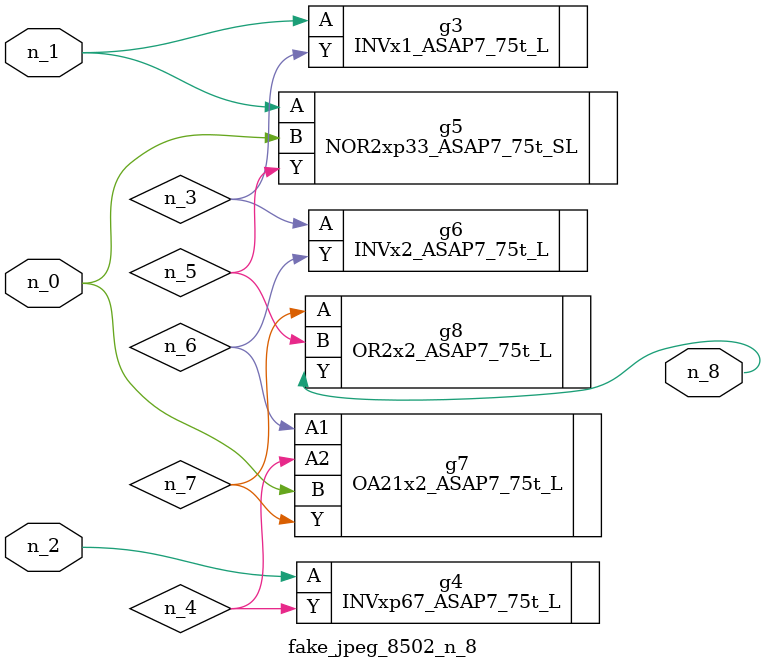
<source format=v>
module fake_jpeg_8502_n_8 (n_0, n_2, n_1, n_8);

input n_0;
input n_2;
input n_1;

output n_8;

wire n_3;
wire n_4;
wire n_6;
wire n_5;
wire n_7;

INVx1_ASAP7_75t_L g3 ( 
.A(n_1),
.Y(n_3)
);

INVxp67_ASAP7_75t_L g4 ( 
.A(n_2),
.Y(n_4)
);

NOR2xp33_ASAP7_75t_SL g5 ( 
.A(n_1),
.B(n_0),
.Y(n_5)
);

INVx2_ASAP7_75t_L g6 ( 
.A(n_3),
.Y(n_6)
);

OA21x2_ASAP7_75t_L g7 ( 
.A1(n_6),
.A2(n_4),
.B(n_0),
.Y(n_7)
);

OR2x2_ASAP7_75t_L g8 ( 
.A(n_7),
.B(n_5),
.Y(n_8)
);


endmodule
</source>
